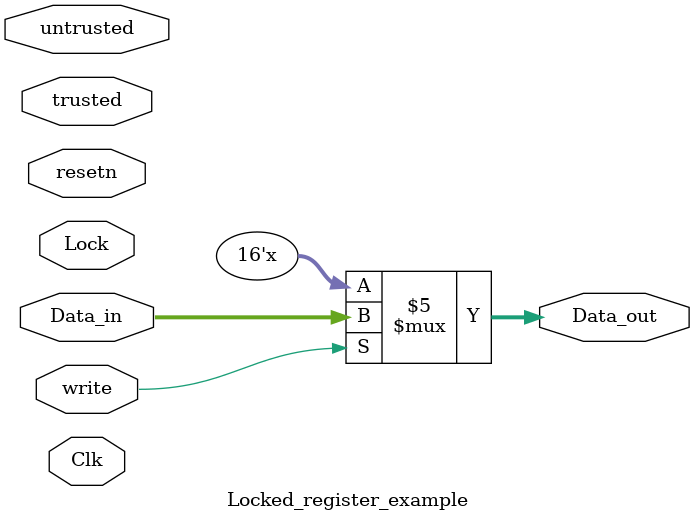
<source format=v>
module Locked_register_example
(
input [15:0] Data_in,
input Clk,
input resetn,
input write,
input Lock,
input trusted,
input untrusted,
output reg [15:0] Data_out
);

reg lock_status;

always @(posedge Clk or negedge resetn)
    if (~resetn) // Register is reset resetn
    begin
    lock_status <= 1'b0;
    end
    else if (Lock)
    begin
    lock_status <= 1'b1;
    end
    else if (~Lock)
    begin
    lock_status <= lock_status;
end

//write Data_in into Data_out register when lock_status is low or when trusted signal is high
//-copilot next line-
//copilot mean_prob: 0.5279322923077383

always @(!untrusted && !Lock && lock_status)
    if (write)
    begin
    Data_out <= Data_in;
    end

endmodule
</source>
